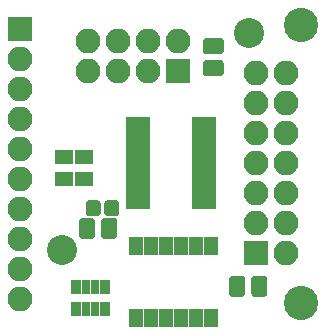
<source format=gbr>
G04 #@! TF.GenerationSoftware,KiCad,Pcbnew,5.0.0-5.0.0*
G04 #@! TF.CreationDate,2018-10-02T18:17:12-07:00*
G04 #@! TF.ProjectId,gpio-expander,6770696F2D657870616E6465722E6B69,rev?*
G04 #@! TF.SameCoordinates,Original*
G04 #@! TF.FileFunction,Soldermask,Top*
G04 #@! TF.FilePolarity,Negative*
%FSLAX46Y46*%
G04 Gerber Fmt 4.6, Leading zero omitted, Abs format (unit mm)*
G04 Created by KiCad (PCBNEW 5.0.0-5.0.0) date Tue Oct  2 18:17:12 2018*
%MOMM*%
%LPD*%
G01*
G04 APERTURE LIST*
%ADD10C,2.900000*%
%ADD11R,2.100000X2.100000*%
%ADD12O,2.100000X2.100000*%
%ADD13C,2.540000*%
%ADD14R,1.160000X1.650000*%
%ADD15C,0.100000*%
%ADD16C,1.375000*%
%ADD17C,1.275000*%
%ADD18R,0.900000X1.200000*%
%ADD19R,0.800000X1.200000*%
%ADD20R,2.000000X0.700000*%
G04 APERTURE END LIST*
D10*
G04 #@! TO.C,MH1*
X157000000Y-111000000D03*
G04 #@! TD*
G04 #@! TO.C,MH2*
X157000000Y-87500000D03*
G04 #@! TD*
D11*
G04 #@! TO.C,J1*
X133250000Y-87850000D03*
D12*
X133250000Y-90390000D03*
X133250000Y-92930000D03*
X133250000Y-95470000D03*
X133250000Y-98010000D03*
X133250000Y-100550000D03*
X133250000Y-103090000D03*
X133250000Y-105630000D03*
X133250000Y-108170000D03*
X133250000Y-110710000D03*
G04 #@! TD*
D13*
G04 #@! TO.C,FID4*
X136800000Y-106500000D03*
G04 #@! TD*
G04 #@! TO.C,FID1*
X152650000Y-88150000D03*
G04 #@! TD*
D14*
G04 #@! TO.C,SW1*
X149370000Y-112315000D03*
X149370000Y-106165000D03*
X148100000Y-112315000D03*
X148100000Y-106165000D03*
X146830000Y-112315000D03*
X146830000Y-106165000D03*
X145560000Y-112315000D03*
X145560000Y-106165000D03*
X144290000Y-112315000D03*
X144290000Y-106165000D03*
X143020000Y-112315000D03*
X143020000Y-106165000D03*
G04 #@! TD*
D15*
G04 #@! TO.C,C4*
G36*
X150189943Y-88576655D02*
X150223312Y-88581605D01*
X150256035Y-88589802D01*
X150287797Y-88601166D01*
X150318293Y-88615590D01*
X150347227Y-88632932D01*
X150374323Y-88653028D01*
X150399318Y-88675682D01*
X150421972Y-88700677D01*
X150442068Y-88727773D01*
X150459410Y-88756707D01*
X150473834Y-88787203D01*
X150485198Y-88818965D01*
X150493395Y-88851688D01*
X150498345Y-88885057D01*
X150500000Y-88918750D01*
X150500000Y-89606250D01*
X150498345Y-89639943D01*
X150493395Y-89673312D01*
X150485198Y-89706035D01*
X150473834Y-89737797D01*
X150459410Y-89768293D01*
X150442068Y-89797227D01*
X150421972Y-89824323D01*
X150399318Y-89849318D01*
X150374323Y-89871972D01*
X150347227Y-89892068D01*
X150318293Y-89909410D01*
X150287797Y-89923834D01*
X150256035Y-89935198D01*
X150223312Y-89943395D01*
X150189943Y-89948345D01*
X150156250Y-89950000D01*
X149043750Y-89950000D01*
X149010057Y-89948345D01*
X148976688Y-89943395D01*
X148943965Y-89935198D01*
X148912203Y-89923834D01*
X148881707Y-89909410D01*
X148852773Y-89892068D01*
X148825677Y-89871972D01*
X148800682Y-89849318D01*
X148778028Y-89824323D01*
X148757932Y-89797227D01*
X148740590Y-89768293D01*
X148726166Y-89737797D01*
X148714802Y-89706035D01*
X148706605Y-89673312D01*
X148701655Y-89639943D01*
X148700000Y-89606250D01*
X148700000Y-88918750D01*
X148701655Y-88885057D01*
X148706605Y-88851688D01*
X148714802Y-88818965D01*
X148726166Y-88787203D01*
X148740590Y-88756707D01*
X148757932Y-88727773D01*
X148778028Y-88700677D01*
X148800682Y-88675682D01*
X148825677Y-88653028D01*
X148852773Y-88632932D01*
X148881707Y-88615590D01*
X148912203Y-88601166D01*
X148943965Y-88589802D01*
X148976688Y-88581605D01*
X149010057Y-88576655D01*
X149043750Y-88575000D01*
X150156250Y-88575000D01*
X150189943Y-88576655D01*
X150189943Y-88576655D01*
G37*
D16*
X149600000Y-89262500D03*
D15*
G36*
X150189943Y-90451655D02*
X150223312Y-90456605D01*
X150256035Y-90464802D01*
X150287797Y-90476166D01*
X150318293Y-90490590D01*
X150347227Y-90507932D01*
X150374323Y-90528028D01*
X150399318Y-90550682D01*
X150421972Y-90575677D01*
X150442068Y-90602773D01*
X150459410Y-90631707D01*
X150473834Y-90662203D01*
X150485198Y-90693965D01*
X150493395Y-90726688D01*
X150498345Y-90760057D01*
X150500000Y-90793750D01*
X150500000Y-91481250D01*
X150498345Y-91514943D01*
X150493395Y-91548312D01*
X150485198Y-91581035D01*
X150473834Y-91612797D01*
X150459410Y-91643293D01*
X150442068Y-91672227D01*
X150421972Y-91699323D01*
X150399318Y-91724318D01*
X150374323Y-91746972D01*
X150347227Y-91767068D01*
X150318293Y-91784410D01*
X150287797Y-91798834D01*
X150256035Y-91810198D01*
X150223312Y-91818395D01*
X150189943Y-91823345D01*
X150156250Y-91825000D01*
X149043750Y-91825000D01*
X149010057Y-91823345D01*
X148976688Y-91818395D01*
X148943965Y-91810198D01*
X148912203Y-91798834D01*
X148881707Y-91784410D01*
X148852773Y-91767068D01*
X148825677Y-91746972D01*
X148800682Y-91724318D01*
X148778028Y-91699323D01*
X148757932Y-91672227D01*
X148740590Y-91643293D01*
X148726166Y-91612797D01*
X148714802Y-91581035D01*
X148706605Y-91548312D01*
X148701655Y-91514943D01*
X148700000Y-91481250D01*
X148700000Y-90793750D01*
X148701655Y-90760057D01*
X148706605Y-90726688D01*
X148714802Y-90693965D01*
X148726166Y-90662203D01*
X148740590Y-90631707D01*
X148757932Y-90602773D01*
X148778028Y-90575677D01*
X148800682Y-90550682D01*
X148825677Y-90528028D01*
X148852773Y-90507932D01*
X148881707Y-90490590D01*
X148912203Y-90476166D01*
X148943965Y-90464802D01*
X148976688Y-90456605D01*
X149010057Y-90451655D01*
X149043750Y-90450000D01*
X150156250Y-90450000D01*
X150189943Y-90451655D01*
X150189943Y-90451655D01*
G37*
D16*
X149600000Y-91137500D03*
G04 #@! TD*
D15*
G04 #@! TO.C,C3*
G36*
X139289943Y-103801655D02*
X139323312Y-103806605D01*
X139356035Y-103814802D01*
X139387797Y-103826166D01*
X139418293Y-103840590D01*
X139447227Y-103857932D01*
X139474323Y-103878028D01*
X139499318Y-103900682D01*
X139521972Y-103925677D01*
X139542068Y-103952773D01*
X139559410Y-103981707D01*
X139573834Y-104012203D01*
X139585198Y-104043965D01*
X139593395Y-104076688D01*
X139598345Y-104110057D01*
X139600000Y-104143750D01*
X139600000Y-105256250D01*
X139598345Y-105289943D01*
X139593395Y-105323312D01*
X139585198Y-105356035D01*
X139573834Y-105387797D01*
X139559410Y-105418293D01*
X139542068Y-105447227D01*
X139521972Y-105474323D01*
X139499318Y-105499318D01*
X139474323Y-105521972D01*
X139447227Y-105542068D01*
X139418293Y-105559410D01*
X139387797Y-105573834D01*
X139356035Y-105585198D01*
X139323312Y-105593395D01*
X139289943Y-105598345D01*
X139256250Y-105600000D01*
X138568750Y-105600000D01*
X138535057Y-105598345D01*
X138501688Y-105593395D01*
X138468965Y-105585198D01*
X138437203Y-105573834D01*
X138406707Y-105559410D01*
X138377773Y-105542068D01*
X138350677Y-105521972D01*
X138325682Y-105499318D01*
X138303028Y-105474323D01*
X138282932Y-105447227D01*
X138265590Y-105418293D01*
X138251166Y-105387797D01*
X138239802Y-105356035D01*
X138231605Y-105323312D01*
X138226655Y-105289943D01*
X138225000Y-105256250D01*
X138225000Y-104143750D01*
X138226655Y-104110057D01*
X138231605Y-104076688D01*
X138239802Y-104043965D01*
X138251166Y-104012203D01*
X138265590Y-103981707D01*
X138282932Y-103952773D01*
X138303028Y-103925677D01*
X138325682Y-103900682D01*
X138350677Y-103878028D01*
X138377773Y-103857932D01*
X138406707Y-103840590D01*
X138437203Y-103826166D01*
X138468965Y-103814802D01*
X138501688Y-103806605D01*
X138535057Y-103801655D01*
X138568750Y-103800000D01*
X139256250Y-103800000D01*
X139289943Y-103801655D01*
X139289943Y-103801655D01*
G37*
D16*
X138912500Y-104700000D03*
D15*
G36*
X141164943Y-103801655D02*
X141198312Y-103806605D01*
X141231035Y-103814802D01*
X141262797Y-103826166D01*
X141293293Y-103840590D01*
X141322227Y-103857932D01*
X141349323Y-103878028D01*
X141374318Y-103900682D01*
X141396972Y-103925677D01*
X141417068Y-103952773D01*
X141434410Y-103981707D01*
X141448834Y-104012203D01*
X141460198Y-104043965D01*
X141468395Y-104076688D01*
X141473345Y-104110057D01*
X141475000Y-104143750D01*
X141475000Y-105256250D01*
X141473345Y-105289943D01*
X141468395Y-105323312D01*
X141460198Y-105356035D01*
X141448834Y-105387797D01*
X141434410Y-105418293D01*
X141417068Y-105447227D01*
X141396972Y-105474323D01*
X141374318Y-105499318D01*
X141349323Y-105521972D01*
X141322227Y-105542068D01*
X141293293Y-105559410D01*
X141262797Y-105573834D01*
X141231035Y-105585198D01*
X141198312Y-105593395D01*
X141164943Y-105598345D01*
X141131250Y-105600000D01*
X140443750Y-105600000D01*
X140410057Y-105598345D01*
X140376688Y-105593395D01*
X140343965Y-105585198D01*
X140312203Y-105573834D01*
X140281707Y-105559410D01*
X140252773Y-105542068D01*
X140225677Y-105521972D01*
X140200682Y-105499318D01*
X140178028Y-105474323D01*
X140157932Y-105447227D01*
X140140590Y-105418293D01*
X140126166Y-105387797D01*
X140114802Y-105356035D01*
X140106605Y-105323312D01*
X140101655Y-105289943D01*
X140100000Y-105256250D01*
X140100000Y-104143750D01*
X140101655Y-104110057D01*
X140106605Y-104076688D01*
X140114802Y-104043965D01*
X140126166Y-104012203D01*
X140140590Y-103981707D01*
X140157932Y-103952773D01*
X140178028Y-103925677D01*
X140200682Y-103900682D01*
X140225677Y-103878028D01*
X140252773Y-103857932D01*
X140281707Y-103840590D01*
X140312203Y-103826166D01*
X140343965Y-103814802D01*
X140376688Y-103806605D01*
X140410057Y-103801655D01*
X140443750Y-103800000D01*
X141131250Y-103800000D01*
X141164943Y-103801655D01*
X141164943Y-103801655D01*
G37*
D16*
X140787500Y-104700000D03*
G04 #@! TD*
D15*
G04 #@! TO.C,C1*
G36*
X139774993Y-102326535D02*
X139805935Y-102331125D01*
X139836278Y-102338725D01*
X139865730Y-102349263D01*
X139894008Y-102362638D01*
X139920838Y-102378719D01*
X139945963Y-102397353D01*
X139969140Y-102418360D01*
X139990147Y-102441537D01*
X140008781Y-102466662D01*
X140024862Y-102493492D01*
X140038237Y-102521770D01*
X140048775Y-102551222D01*
X140056375Y-102581565D01*
X140060965Y-102612507D01*
X140062500Y-102643750D01*
X140062500Y-103356250D01*
X140060965Y-103387493D01*
X140056375Y-103418435D01*
X140048775Y-103448778D01*
X140038237Y-103478230D01*
X140024862Y-103506508D01*
X140008781Y-103533338D01*
X139990147Y-103558463D01*
X139969140Y-103581640D01*
X139945963Y-103602647D01*
X139920838Y-103621281D01*
X139894008Y-103637362D01*
X139865730Y-103650737D01*
X139836278Y-103661275D01*
X139805935Y-103668875D01*
X139774993Y-103673465D01*
X139743750Y-103675000D01*
X139106250Y-103675000D01*
X139075007Y-103673465D01*
X139044065Y-103668875D01*
X139013722Y-103661275D01*
X138984270Y-103650737D01*
X138955992Y-103637362D01*
X138929162Y-103621281D01*
X138904037Y-103602647D01*
X138880860Y-103581640D01*
X138859853Y-103558463D01*
X138841219Y-103533338D01*
X138825138Y-103506508D01*
X138811763Y-103478230D01*
X138801225Y-103448778D01*
X138793625Y-103418435D01*
X138789035Y-103387493D01*
X138787500Y-103356250D01*
X138787500Y-102643750D01*
X138789035Y-102612507D01*
X138793625Y-102581565D01*
X138801225Y-102551222D01*
X138811763Y-102521770D01*
X138825138Y-102493492D01*
X138841219Y-102466662D01*
X138859853Y-102441537D01*
X138880860Y-102418360D01*
X138904037Y-102397353D01*
X138929162Y-102378719D01*
X138955992Y-102362638D01*
X138984270Y-102349263D01*
X139013722Y-102338725D01*
X139044065Y-102331125D01*
X139075007Y-102326535D01*
X139106250Y-102325000D01*
X139743750Y-102325000D01*
X139774993Y-102326535D01*
X139774993Y-102326535D01*
G37*
D17*
X139425000Y-103000000D03*
D15*
G36*
X141349993Y-102326535D02*
X141380935Y-102331125D01*
X141411278Y-102338725D01*
X141440730Y-102349263D01*
X141469008Y-102362638D01*
X141495838Y-102378719D01*
X141520963Y-102397353D01*
X141544140Y-102418360D01*
X141565147Y-102441537D01*
X141583781Y-102466662D01*
X141599862Y-102493492D01*
X141613237Y-102521770D01*
X141623775Y-102551222D01*
X141631375Y-102581565D01*
X141635965Y-102612507D01*
X141637500Y-102643750D01*
X141637500Y-103356250D01*
X141635965Y-103387493D01*
X141631375Y-103418435D01*
X141623775Y-103448778D01*
X141613237Y-103478230D01*
X141599862Y-103506508D01*
X141583781Y-103533338D01*
X141565147Y-103558463D01*
X141544140Y-103581640D01*
X141520963Y-103602647D01*
X141495838Y-103621281D01*
X141469008Y-103637362D01*
X141440730Y-103650737D01*
X141411278Y-103661275D01*
X141380935Y-103668875D01*
X141349993Y-103673465D01*
X141318750Y-103675000D01*
X140681250Y-103675000D01*
X140650007Y-103673465D01*
X140619065Y-103668875D01*
X140588722Y-103661275D01*
X140559270Y-103650737D01*
X140530992Y-103637362D01*
X140504162Y-103621281D01*
X140479037Y-103602647D01*
X140455860Y-103581640D01*
X140434853Y-103558463D01*
X140416219Y-103533338D01*
X140400138Y-103506508D01*
X140386763Y-103478230D01*
X140376225Y-103448778D01*
X140368625Y-103418435D01*
X140364035Y-103387493D01*
X140362500Y-103356250D01*
X140362500Y-102643750D01*
X140364035Y-102612507D01*
X140368625Y-102581565D01*
X140376225Y-102551222D01*
X140386763Y-102521770D01*
X140400138Y-102493492D01*
X140416219Y-102466662D01*
X140434853Y-102441537D01*
X140455860Y-102418360D01*
X140479037Y-102397353D01*
X140504162Y-102378719D01*
X140530992Y-102362638D01*
X140559270Y-102349263D01*
X140588722Y-102338725D01*
X140619065Y-102331125D01*
X140650007Y-102326535D01*
X140681250Y-102325000D01*
X141318750Y-102325000D01*
X141349993Y-102326535D01*
X141349993Y-102326535D01*
G37*
D17*
X141000000Y-103000000D03*
G04 #@! TD*
D15*
G04 #@! TO.C,C2*
G36*
X153877443Y-108701655D02*
X153910812Y-108706605D01*
X153943535Y-108714802D01*
X153975297Y-108726166D01*
X154005793Y-108740590D01*
X154034727Y-108757932D01*
X154061823Y-108778028D01*
X154086818Y-108800682D01*
X154109472Y-108825677D01*
X154129568Y-108852773D01*
X154146910Y-108881707D01*
X154161334Y-108912203D01*
X154172698Y-108943965D01*
X154180895Y-108976688D01*
X154185845Y-109010057D01*
X154187500Y-109043750D01*
X154187500Y-110156250D01*
X154185845Y-110189943D01*
X154180895Y-110223312D01*
X154172698Y-110256035D01*
X154161334Y-110287797D01*
X154146910Y-110318293D01*
X154129568Y-110347227D01*
X154109472Y-110374323D01*
X154086818Y-110399318D01*
X154061823Y-110421972D01*
X154034727Y-110442068D01*
X154005793Y-110459410D01*
X153975297Y-110473834D01*
X153943535Y-110485198D01*
X153910812Y-110493395D01*
X153877443Y-110498345D01*
X153843750Y-110500000D01*
X153156250Y-110500000D01*
X153122557Y-110498345D01*
X153089188Y-110493395D01*
X153056465Y-110485198D01*
X153024703Y-110473834D01*
X152994207Y-110459410D01*
X152965273Y-110442068D01*
X152938177Y-110421972D01*
X152913182Y-110399318D01*
X152890528Y-110374323D01*
X152870432Y-110347227D01*
X152853090Y-110318293D01*
X152838666Y-110287797D01*
X152827302Y-110256035D01*
X152819105Y-110223312D01*
X152814155Y-110189943D01*
X152812500Y-110156250D01*
X152812500Y-109043750D01*
X152814155Y-109010057D01*
X152819105Y-108976688D01*
X152827302Y-108943965D01*
X152838666Y-108912203D01*
X152853090Y-108881707D01*
X152870432Y-108852773D01*
X152890528Y-108825677D01*
X152913182Y-108800682D01*
X152938177Y-108778028D01*
X152965273Y-108757932D01*
X152994207Y-108740590D01*
X153024703Y-108726166D01*
X153056465Y-108714802D01*
X153089188Y-108706605D01*
X153122557Y-108701655D01*
X153156250Y-108700000D01*
X153843750Y-108700000D01*
X153877443Y-108701655D01*
X153877443Y-108701655D01*
G37*
D16*
X153500000Y-109600000D03*
D15*
G36*
X152002443Y-108701655D02*
X152035812Y-108706605D01*
X152068535Y-108714802D01*
X152100297Y-108726166D01*
X152130793Y-108740590D01*
X152159727Y-108757932D01*
X152186823Y-108778028D01*
X152211818Y-108800682D01*
X152234472Y-108825677D01*
X152254568Y-108852773D01*
X152271910Y-108881707D01*
X152286334Y-108912203D01*
X152297698Y-108943965D01*
X152305895Y-108976688D01*
X152310845Y-109010057D01*
X152312500Y-109043750D01*
X152312500Y-110156250D01*
X152310845Y-110189943D01*
X152305895Y-110223312D01*
X152297698Y-110256035D01*
X152286334Y-110287797D01*
X152271910Y-110318293D01*
X152254568Y-110347227D01*
X152234472Y-110374323D01*
X152211818Y-110399318D01*
X152186823Y-110421972D01*
X152159727Y-110442068D01*
X152130793Y-110459410D01*
X152100297Y-110473834D01*
X152068535Y-110485198D01*
X152035812Y-110493395D01*
X152002443Y-110498345D01*
X151968750Y-110500000D01*
X151281250Y-110500000D01*
X151247557Y-110498345D01*
X151214188Y-110493395D01*
X151181465Y-110485198D01*
X151149703Y-110473834D01*
X151119207Y-110459410D01*
X151090273Y-110442068D01*
X151063177Y-110421972D01*
X151038182Y-110399318D01*
X151015528Y-110374323D01*
X150995432Y-110347227D01*
X150978090Y-110318293D01*
X150963666Y-110287797D01*
X150952302Y-110256035D01*
X150944105Y-110223312D01*
X150939155Y-110189943D01*
X150937500Y-110156250D01*
X150937500Y-109043750D01*
X150939155Y-109010057D01*
X150944105Y-108976688D01*
X150952302Y-108943965D01*
X150963666Y-108912203D01*
X150978090Y-108881707D01*
X150995432Y-108852773D01*
X151015528Y-108825677D01*
X151038182Y-108800682D01*
X151063177Y-108778028D01*
X151090273Y-108757932D01*
X151119207Y-108740590D01*
X151149703Y-108726166D01*
X151181465Y-108714802D01*
X151214188Y-108706605D01*
X151247557Y-108701655D01*
X151281250Y-108700000D01*
X151968750Y-108700000D01*
X152002443Y-108701655D01*
X152002443Y-108701655D01*
G37*
D16*
X151625000Y-109600000D03*
G04 #@! TD*
D18*
G04 #@! TO.C,RN2*
X138000000Y-111500000D03*
D19*
X138800000Y-111500000D03*
D18*
X140400000Y-111500000D03*
D19*
X139600000Y-111500000D03*
D18*
X138000000Y-109700000D03*
D19*
X139600000Y-109700000D03*
X138800000Y-109700000D03*
D18*
X140400000Y-109700000D03*
G04 #@! TD*
G04 #@! TO.C,RN1*
X139000000Y-98700000D03*
D19*
X138200000Y-98700000D03*
D18*
X136600000Y-98700000D03*
D19*
X137400000Y-98700000D03*
D18*
X139000000Y-100500000D03*
D19*
X137400000Y-100500000D03*
X138200000Y-100500000D03*
D18*
X136600000Y-100500000D03*
G04 #@! TD*
D12*
G04 #@! TO.C,J2*
X155740000Y-91560000D03*
X153200000Y-91560000D03*
X155740000Y-94100000D03*
X153200000Y-94100000D03*
X155740000Y-96640000D03*
X153200000Y-96640000D03*
X155740000Y-99180000D03*
X153200000Y-99180000D03*
X155740000Y-101720000D03*
X153200000Y-101720000D03*
X155740000Y-104260000D03*
X153200000Y-104260000D03*
X155740000Y-106800000D03*
D11*
X153200000Y-106800000D03*
G04 #@! TD*
D20*
G04 #@! TO.C,U1*
X148800000Y-95600000D03*
X143200000Y-95600000D03*
X148800000Y-96250000D03*
X143200000Y-96250000D03*
X148800000Y-96900000D03*
X143200000Y-96900000D03*
X148800000Y-97550000D03*
X143200000Y-97550000D03*
X148800000Y-98200000D03*
X143200000Y-98200000D03*
X148800000Y-98850000D03*
X143200000Y-98850000D03*
X148800000Y-99500000D03*
X143200000Y-99500000D03*
X148800000Y-100150000D03*
X143200000Y-100150000D03*
X148800000Y-100800000D03*
X143200000Y-100800000D03*
X148800000Y-101450000D03*
X143200000Y-101450000D03*
X148800000Y-102100000D03*
X143200000Y-102100000D03*
X148800000Y-102750000D03*
X143200000Y-102750000D03*
G04 #@! TD*
D12*
G04 #@! TO.C,J3*
X138980000Y-88860000D03*
X138980000Y-91400000D03*
X141520000Y-88860000D03*
X141520000Y-91400000D03*
X144060000Y-88860000D03*
X144060000Y-91400000D03*
X146600000Y-88860000D03*
D11*
X146600000Y-91400000D03*
G04 #@! TD*
M02*

</source>
